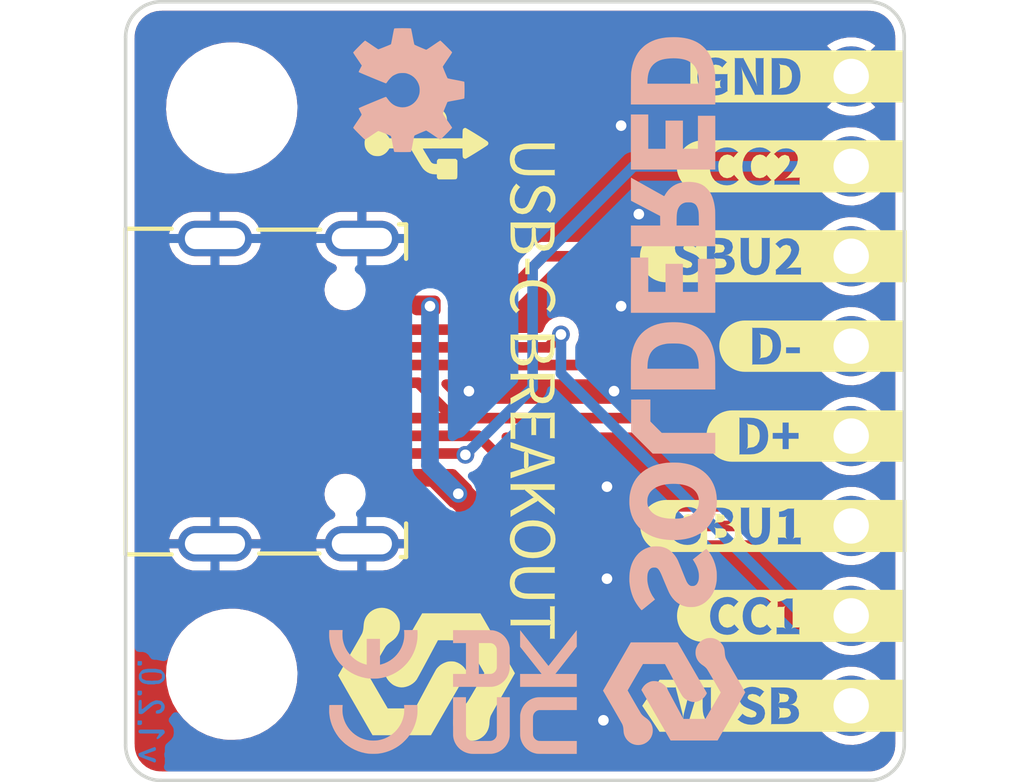
<source format=kicad_pcb>
(kicad_pcb (version 20211014) (generator pcbnew)
  (title_block (title "USB-C female connector breakout") (date "2024-07-15") (rev "V1.2.0.") (company "SOLDERED") (comment 1 "333011"))
  (layers (0 "F.Cu" mixed) (31 "B.Cu" signal) (34 "B.Paste" user) (35 "F.Paste" user) (36 "B.SilkS" user "B.Silkscreen") (37 "F.SilkS" user "F.Silkscreen") (38 "B.Mask" user) (39 "F.Mask" user) (44 "Edge.Cuts" user))
  (net 0 "")
  (net 1 "VUSB")
  (net 2 "CC1")
  (net 3 "SBU1")
  (net 4 "D+")
  (net 5 "D-")
  (net 6 "SBU2")
  (net 7 "CC2")
  (net 8 "GND")
  (footprint "e-radionica.com footprinti:HOLE_3.2mm" (layer "F.Cu") (at 93.6 110.6 -90)
    (fp_text reference "H2" hide)
    (fp_text value "HOLE_3.2mm" hide)
    (pad "" np_thru_hole circle locked (at 0 0 270) (size 3.2 3.2) (drill 3.2) (layers F&B.Cu *.Mask))
  )
  (footprint "kibuzzard-6694F094" (layer "F.Cu") (at 109.8 119.87)
    (fp_text reference "kibuzzard-6694F094" hide)
    (fp_text value "G***" hide)
  )
  (footprint "kibuzzard-6694F054" (layer "F.Cu") (at 110 117.33)
    (fp_text reference "kibuzzard-6694F054" hide)
    (fp_text value "G***" hide)
  )
  (footprint "Soldered Graphics:Logo-Front-Soldered-5mm" (layer "F.Cu") (at 99.1 126.6 90)
    (fp_text reference "G***" hide)
    (fp_text value "LOGO" hide)
  )
  (footprint "e-radionica.com footprinti:FIDUCIAL_23" (layer "F.Cu") (at 93.1 118.6 -90)
    (fp_text reference "FD1")
    (fp_text value "FIDUCIAL")
    (fp_circle (center 0 0) (end 1 0) (layer "F.Cu") (width 0.2) (fill none))
    (pad "1" smd circle (at 0 0 270) (size 1 1) (layers "F.Cu" "F.Paste" "F.Mask") (clearance 1.1))
  )
  (footprint "kibuzzard-6694EFDA" (layer "F.Cu") (at 109.6 109.71)
    (fp_text reference "kibuzzard-6694EFDA" hide)
    (fp_text value "G***" hide)
  )
  (footprint "Soldered Graphics:Logo-Back-UKCA-3.5mm" (layer "F.Cu") (at 101.6 127.1 -90)
    (fp_text reference "REF**" hide)
    (fp_text value "Logo-Back-UKCA-3.5mm" hide)
  )
  (footprint "kibuzzard-6694F0B7" (layer "F.Cu") (at 108.9 127.49)
    (fp_text reference "kibuzzard-6694F0B7" hide)
    (fp_text value "G***" hide)
  )
  (footprint "kibuzzard-6694F0A1" (layer "F.Cu") (at 108.9 122.41)
    (fp_text reference "kibuzzard-6694F0A1" hide)
    (fp_text value "G***" hide)
  )
  (footprint "Soldered Graphics:Logo-Back-CE-3.5mm" (layer "F.Cu") (at 97.6 127.1 -90)
    (fp_text reference "REF**" hide)
    (fp_text value "Logo-Back-CE-3.5mm" hide)
  )
  (footprint "kibuzzard-6694F156" (layer "F.Cu") (at 102.1 118.6 -90)
    (fp_text reference "kibuzzard-6694F156" hide)
    (fp_text value "G***" hide)
  )
  (footprint "Soldered Graphics:Symbol-Front-USB" (layer "F.Cu") (at 99.1 111.6 -90)
    (fp_text reference "G***" hide)
    (fp_text value "LOGO" hide)
  )
  (footprint "kibuzzard-6694F042" (layer "F.Cu") (at 108.9 114.79)
    (fp_text reference "kibuzzard-6694F042" hide)
    (fp_text value "G***" hide)
  )
  (footprint "Soldered Graphics:Logo-Back-OSH-3.5mm" (layer "F.Cu") (at 98.6 110.1 -90)
    (fp_text reference "G***" hide)
    (fp_text value "LOGO" hide)
  )
  (footprint "Soldered Graphics:Logo-Back-SolderedFULL-20mm" (layer "F.Cu") (at 106.1 118.6 -90)
    (fp_text reference "REF**" hide)
    (fp_text value "Logo-Front-SolderedFULL-20mm" hide)
  )
  (footprint "kibuzzard-6694F0AA" (layer "F.Cu") (at 109.4 124.95)
    (fp_text reference "kibuzzard-6694F0AA" hide)
    (fp_text value "G***" hide)
  )
  (footprint "e-radionica.com footprinti:HOLE_3.2mm" (layer "F.Cu") (at 93.6 126.6 -90)
    (fp_text reference "H1" hide)
    (fp_text value "HOLE_3.2mm" hide)
    (pad "" np_thru_hole circle locked (at 0 0 270) (size 3.2 3.2) (drill 3.2) (layers F&B.Cu *.Mask))
  )
  (footprint "e-radionica.com footprinti:U262-161N-4BVC11" (layer "F.Cu") (at 95.6 118.6 -90)
    (fp_text reference "K2")
    (fp_text value "U262-161N-4BVC11")
    (pad "" np_thru_hole circle locked (at 2.913 -1.2 270) (size 0.65 0.65) (drill 0.65) (layers F&B.Cu *.Mask))
    (pad "" np_thru_hole circle locked (at -2.862 -1.2 270) (size 0.65 0.65) (drill 0.65) (layers F&B.Cu *.Mask))
    (pad "A1" smd rect locked (at -3.337 -2.475 270) (size 0.3 1.15) (layers "F.Cu" "F.Paste" "F.Mask") (net 8 "GND"))
    (pad "A4" smd rect locked (at -2.537 -2.475 270) (size 0.3 1.15) (layers "F.Cu" "F.Paste" "F.Mask") (net 1 "VUSB"))
    (pad "A5" smd rect locked (at -1.237 -2.475 270) (size 0.3 1.15) (layers "F.Cu" "F.Paste" "F.Mask") (net 2 "CC1"))
    (pad "A6" smd rect locked (at -0.237 -2.475 270) (size 0.3 1.15) (layers "F.Cu" "F.Paste" "F.Mask") (net 4 "D+"))
    (pad "A7" smd rect locked (at 0.263 -2.475 270) (size 0.3 1.15) (layers "F.Cu" "F.Paste" "F.Mask") (net 5 "D-"))
    (pad "A8" smd rect locked (at 1.263 -2.475 270) (size 0.3 1.15) (layers "F.Cu" "F.Paste" "F.Mask") (net 3 "SBU1"))
    (pad "A9" smd rect locked (at 2.563 -2.475 270) (size 0.3 1.15) (layers "F.Cu" "F.Paste" "F.Mask") (net 1 "VUSB"))
    (pad "A12" smd rect locked (at 3.338 -2.475 270) (size 0.3 1.15) (layers "F.Cu" "F.Paste" "F.Mask") (net 8 "GND"))
    (pad "B1" smd rect locked (at 3.138 -2.475 270) (size 0.3 1.15) (layers "F.Cu" "F.Paste" "F.Mask") (net 8 "GND"))
    (pad "B4" smd rect locked (at 2.363 -2.475 270) (size 0.3 1.15) (layers "F.Cu" "F.Paste" "F.Mask") (net 1 "VUSB"))
    (pad "B5" smd rect locked (at 1.763 -2.475 270) (size 0.3 1.15) (layers "F.Cu" "F.Paste" "F.Mask") (net 7 "CC2"))
    (pad "B6" smd rect locked (at 0.763 -2.475 270) (size 0.3 1.15) (layers "F.Cu" "F.Paste" "F.Mask") (net 4 "D+"))
    (pad "B7" smd rect locked (at -0.737 -2.475 270) (size 0.3 1.15) (layers "F.Cu" "F.Paste" "F.Mask") (net 5 "D-"))
    (pad "B8" smd rect locked (at -1.737 -2.475 270) (size 0.3 1.15) (layers "F.Cu" "F.Paste" "F.Mask") (net 6 "SBU2"))
    (pad "B9" smd rect locked (at -2.337 -2.475 270) (size 0.3 1.15) (layers "F.Cu" "F.Paste" "F.Mask") (net 1 "VUSB"))
    (pad "B12" smd rect locked (at -3.112 -2.475 270) (size 0.3 1.15) (layers "F.Cu" "F.Paste" "F.Mask") (net 8 "GND"))
    (pad "SH" thru_hole oval locked (at 4.313 2.475 270) (size 1 2.1) (drill oval 0.6 1.7) (layers *.Cu *.Mask) (net 8 "GND"))
    (pad "SH" thru_hole oval locked (at -4.312 2.475 270) (size 1 2.1) (drill oval 0.6 1.7) (layers *.Cu *.Mask) (net 8 "GND"))
    (pad "SH" thru_hole oval locked (at 4.313 -1.675 270) (size 1 2.1) (drill oval 0.6 1.7) (layers *.Cu *.Mask) (net 8 "GND"))
    (pad "SH" thru_hole oval locked (at -4.312 -1.675 270) (size 1 2.1) (drill oval 0.6 1.7) (layers *.Cu *.Mask) (net 8 "GND"))
  )
  (footprint "kibuzzard-6694F02E" (layer "F.Cu") (at 109.4 112.25)
    (fp_text reference "kibuzzard-6694F02E" hide)
    (fp_text value "G***" hide)
  )
  (footprint "e-radionica.com footprinti:HEADER_MALE_8X1" (layer "B.Cu") (at 111.1 118.6 -90)
    (fp_text reference "K1")
    (fp_text value "HEADER_MALE_8X1")
    (pad "1" thru_hole circle locked (at -8.89 0 270) (size 1.7 1.7) (drill 1) (layers *.Cu *.Mask) (net 8 "GND"))
    (pad "2" thru_hole circle locked (at -6.35 0 270) (size 1.7 1.7) (drill 1) (layers *.Cu *.Mask) (net 7 "CC2"))
    (pad "3" thru_hole circle locked (at -3.81 0 270) (size 1.7 1.7) (drill 1) (layers *.Cu *.Mask) (net 6 "SBU2"))
    (pad "4" thru_hole circle locked (at -1.27 0 270) (size 1.7 1.7) (drill 1) (layers *.Cu *.Mask) (net 5 "D-"))
    (pad "5" thru_hole circle locked (at 1.27 0 270) (size 1.7 1.7) (drill 1) (layers *.Cu *.Mask) (net 4 "D+"))
    (pad "6" thru_hole circle locked (at 3.81 0 270) (size 1.7 1.7) (drill 1) (layers *.Cu *.Mask) (net 3 "SBU1"))
    (pad "7" thru_hole circle locked (at 6.35 0 270) (size 1.7 1.7) (drill 1) (layers *.Cu *.Mask) (net 2 "CC1"))
    (pad "8" thru_hole circle locked (at 8.89 0 270) (size 1.7 1.7) (drill 1) (layers *.Cu *.Mask) (net 1 "VUSB"))
  )
  (footprint "Soldered Graphics:Version1.2.0" (layer "B.Cu") (at 91.3 127.6 90)
    (fp_text reference "REF**" hide)
    (fp_text value "Version1.2.0" hide)
    (fp_poly (pts (xy -0.64 -0.33) (xy -0.59 -0.33) (xy -0.57 -0.29) (xy -0.57 0.37) (xy -0.61 0.4) (xy -0.66 0.4) (xy -0.7 0.36) (xy -0.81 0.24) (xy -0.83 0.19) (xy -0.8 0.18) (xy -0.71 0.24) (xy -0.67 0.25) (xy -0.67 -0.29) (xy -0.64 -0.33)) (layer "B.Cu") (width 0.01) (fill solid))
    (fp_poly (pts (xy 0.42 -0.36) (xy 0.47 -0.36) (xy 0.53 -0.35) (xy 0.53 -0.31) (xy 0.53 -0.25) (xy 0.49 -0.24) (xy 0.44 -0.24) (xy 0.41 -0.27) (xy 0.41 -0.32) (xy 0.42 -0.36)) (layer "B.Cu") (width 0.01) (fill solid))
    (fp_poly (pts (xy -1.3 -0.33) (xy -1.24 -0.33) (xy -1.22 -0.29) (xy -1.06 0.12) (xy -1.08 0.15) (xy -1.14 0.15) (xy -1.16 0.12) (xy -1.25 -0.14) (xy -1.27 -0.19) (xy -1.3 -0.15) (xy -1.38 0.11) (xy -1.41 0.15) (xy -1.47 0.15) (xy -1.49 0.12) (xy -1.33 -0.29) (xy -1.3 -0.33)) (layer "B.Cu") (width 0.01) (fill solid))
    (fp_poly (pts (xy 0.92 -0.32) (xy 0.98 -0.32) (xy 1.03 -0.3) (xy 1 -0.25) (xy 0.9 -0.25) (xy 0.86 -0.22) (xy 0.84 -0.17) (xy 0.82 -0.12) (xy 0.82 -0.08) (xy 0.81 0.04) (xy 0.82 0.16) (xy 0.82 0.2) (xy 0.83 0.25) (xy 0.86 0.3) (xy 0.89 0.33) (xy 1 0.33) (xy 1.03 0.29) (xy 1.04 0.24) (xy 1.05 0.18) (xy 1.06 0.08) (xy 1.06 -0.05) (xy 1.05 -0.09) (xy 1.05 -0.14) (xy 1.03 -0.19) (xy 1.01 -0.24) (xy 1 -0.25) (xy 1.04 -0.29) (xy 1.08 -0.26) (xy 1.11 -0.23) (xy 1.13 -0.19) (xy 1.14 -0.13) (xy 1.15 -0.08) (xy 1.15 -0.03) (xy 1.15 0.09) (xy 1.15 0.15) (xy 1.14 0.2) (xy 1.13 0.25) (xy 1.12 0.3) (xy 1.09 0.33) (xy 1.05 0.37) (xy 1 0.4) (xy 0.94 0.41) (xy 0.89 0.41) (xy 0.83 0.38) (xy 0.79 0.34) (xy 0.77 0.31) (xy 0.74 0.26) (xy 0.73 0.21) (xy 0.73 0.16) (xy 0.72 0.11) (xy 0.72 -0.01) (xy 0.72 -0.07) (xy 0.73 -0.11) (xy 0.74 -0.17) (xy 0.76 -0.22) (xy 0.78 -0.25) (xy 0.82 -0.29) (xy 0.88 -0.32) (xy 0.92 -0.32)) (layer "B.Cu") (width 0.01) (fill solid))
    (fp_poly (pts (xy -0.42 -0.36) (xy -0.37 -0.36) (xy -0.31 -0.35) (xy -0.31 -0.31) (xy -0.31 -0.25) (xy -0.35 -0.24) (xy -0.4 -0.24) (xy -0.43 -0.27) (xy -0.43 -0.32) (xy -0.42 -0.36)) (layer "B.Cu") (width 0.01) (fill solid))
    (fp_poly (pts (xy 1.26 -0.36) (xy 1.31 -0.36) (xy 1.37 -0.35) (xy 1.37 -0.31) (xy 1.37 -0.25) (xy 1.33 -0.24) (xy 1.28 -0.24) (xy 1.25 -0.27) (xy 1.25 -0.32) (xy 1.26 -0.36)) (layer "B.Cu") (width 0.01) (fill solid))
    (fp_poly (pts (xy -0.1 -0.33) (xy 0.23 -0.33) (xy 0.27 -0.31) (xy 0.27 -0.26) (xy 0.23 -0.25) (xy 0.01 -0.25) (xy 0.02 -0.21) (xy 0.19 0) (xy 0.22 0.05) (xy 0.24 0.1) (xy 0.26 0.15) (xy 0.26 0.2) (xy 0.25 0.26) (xy 0.24 0.31) (xy 0.21 0.34) (xy 0.16 0.38) (xy 0.11 0.4) (xy 0.05 0.4) (xy -0.01 0.38) (xy -0.05 0.34) (xy -0.08 0.31) (xy -0.1 0.26) (xy -0.11 0.21) (xy -0.1 0.16) (xy -0.04 0.16) (xy -0.02 0.2) (xy -0.01 0.25) (xy 0.02 0.29) (xy 0.07 0.31) (xy 0.12 0.31) (xy 0.16 0.26) (xy 0.17 0.21) (xy 0.16 0.16) (xy 0.15 0.11) (xy 0.12 0.06) (xy -0.09 -0.19) (xy -0.12 -0.24) (xy -0.12 -0.29) (xy -0.1 -0.33)) (layer "B.Cu") (width 0.01) (fill solid))
  )
  (gr_line (start 111.6 107.6) (end 91.6 107.6) (layer "Edge.Cuts") (width 0.1))
  (gr_line (start 112.6 128.6) (end 112.6 108.6) (layer "Edge.Cuts") (width 0.1))
  (gr_arc (start 90.6 108.6) (mid 90.892893 107.892893) (end 91.6 107.6) (layer "Edge.Cuts") (width 0.1))
  (gr_arc (start 111.6 107.6) (mid 112.307107 107.892893) (end 112.6 108.6) (layer "Edge.Cuts") (width 0.1))
  (gr_line (start 90.6 108.6) (end 90.6 128.6) (layer "Edge.Cuts") (width 0.1))
  (gr_line (start 91.6 129.6) (end 111.6 129.6) (layer "Edge.Cuts") (width 0.1))
  (gr_arc (start 91.6 129.6) (mid 90.892893 129.307107) (end 90.6 128.6) (layer "Edge.Cuts") (width 0.1))
  (gr_arc (start 112.6 128.6) (mid 112.307107 129.307107) (end 111.6 129.6) (layer "Edge.Cuts") (width 0.1))
  (segment (start 105.99 127.49) (end 111.1 127.49) (width 0.8) (layer "F.Cu") (net 1))
  (segment (start 100 121.5) (end 105.99 127.49) (width 0.8) (layer "F.Cu") (net 1))
  (via (at 99.2 116.2) (size 0.5) (drill 0.3) (layers "F.Cu" "B.Cu") (net 1))
  (via (at 100 121.5) (size 0.5) (drill 0.3) (layers "F.Cu" "B.Cu") (net 1))
  (segment (start 99.2 120.7) (end 99.2 116.2) (width 0.5) (layer "B.Cu") (net 1))
  (segment (start 100 121.5) (end 99.2 120.7) (width 0.5) (layer "B.Cu") (net 1))
  (segment (start 102.537 117.363) (end 102.9 117) (width 0.3) (layer "F.Cu") (net 2))
  (segment (start 98.075 117.363) (end 102.537 117.363) (width 0.3) (layer "F.Cu") (net 2))
  (via (at 102.9 117) (size 0.5) (drill 0.3) (layers "F.Cu" "B.Cu") (net 2))
  (segment (start 109.75 124.95) (end 111.1 124.95) (width 0.3) (layer "B.Cu") (net 2))
  (segment (start 102.9 117) (end 102.9 118.1) (width 0.3) (layer "B.Cu") (net 2))
  (segment (start 102.9 118.1) (end 109.75 124.95) (width 0.3) (layer "B.Cu") (net 2))
  (segment (start 100.563 119.863) (end 103.11 122.41) (width 0.3) (layer "F.Cu") (net 3))
  (segment (start 103.11 122.41) (end 111.1 122.41) (width 0.3) (layer "F.Cu") (net 3))
  (segment (start 98.075 119.863) (end 100.563 119.863) (width 0.3) (layer "F.Cu") (net 3))
  (segment (start 98.863 118.363) (end 99.837 119.337) (width 0.3) (layer "F.Cu") (net 4))
  (segment (start 99.837 119.363) (end 98.075 119.363) (width 0.3) (layer "F.Cu") (net 4))
  (segment (start 99.837 119.337) (end 99.837 119.363) (width 0.3) (layer "F.Cu") (net 4))
  (segment (start 111.1 119.87) (end 107.07 119.87) (width 0.3) (layer "F.Cu") (net 4))
  (segment (start 107.07 119.87) (end 106.563 119.363) (width 0.3) (layer "F.Cu") (net 4))
  (segment (start 98.075 118.363) (end 98.863 118.363) (width 0.3) (layer "F.Cu") (net 4))
  (segment (start 106.563 119.363) (end 99.837 119.363) (width 0.3) (layer "F.Cu") (net 4))
  (segment (start 98.075 117.863) (end 97.037 117.863) (width 0.3) (layer "F.Cu") (net 5))
  (segment (start 107.07 117.33) (end 111.1 117.33) (width 0.3) (layer "F.Cu") (net 5))
  (segment (start 96.7 118.2) (end 96.7 118.6) (width 0.3) (layer "F.Cu") (net 5))
  (segment (start 98.075 117.863) (end 106.537 117.863) (width 0.3) (layer "F.Cu") (net 5))
  (segment (start 106.537 117.863) (end 107.07 117.33) (width 0.3) (layer "F.Cu") (net 5))
  (segment (start 96.7 118.6) (end 96.963 118.863) (width 0.3) (layer "F.Cu") (net 5))
  (segment (start 96.963 118.863) (end 98.075 118.863) (width 0.3) (layer "F.Cu") (net 5))
  (segment (start 97.037 117.863) (end 96.7 118.2) (width 0.3) (layer "F.Cu") (net 5))
  (segment (start 98.075 116.863) (end 100.337 116.863) (width 0.3) (layer "F.Cu") (net 6))
  (segment (start 100.337 116.863) (end 102.41 114.79) (width 0.3) (layer "F.Cu") (net 6))
  (segment (start 102.41 114.79) (end 111.1 114.79) (width 0.3) (layer "F.Cu") (net 6))
  (segment (start 100.163 120.363) (end 98.075 120.363) (width 0.3) (layer "F.Cu") (net 7))
  (segment (start 100.2 120.4) (end 100.163 120.363) (width 0.3) (layer "F.Cu") (net 7))
  (via (at 100.2 120.4) (size 0.5) (drill 0.3) (layers "F.Cu" "B.Cu") (net 7))
  (segment (start 100.2 120.4) (end 102.1 118.5) (width 0.3) (layer "B.Cu") (net 7))
  (segment (start 102.1 118.5) (end 102.1 115.1) (width 0.3) (layer "B.Cu") (net 7))
  (segment (start 104.95 112.25) (end 111.1 112.25) (width 0.3) (layer "B.Cu") (net 7))
  (segment (start 102.1 115.1) (end 104.95 112.25) (width 0.3) (layer "B.Cu") (net 7))
  (via (at 104.6 111.1) (size 0.5) (drill 0.3) (layers "F.Cu" "B.Cu") (net 8))
  (via (at 104.1 127.9) (size 0.5) (drill 0.3) (layers "F.Cu" "B.Cu") (net 8))
  (via (at 100.3 118.6) (size 0.5) (drill 0.3) (layers "F.Cu" "B.Cu") (net 8))
  (via (at 105.1 113.6) (size 0.5) (drill 0.3) (layers "F.Cu" "B.Cu") (net 8))
  (via (at 104.6 116.2) (size 0.5) (drill 0.3) (layers "F.Cu" "B.Cu") (net 8))
  (via (at 104.2 123.9) (size 0.5) (drill 0.3) (layers "F.Cu" "B.Cu") (net 8))
  (via (at 104.2 121.3) (size 0.5) (drill 0.3) (layers "F.Cu" "B.Cu") (net 8))
  (via (at 104.4 118.6) (size 0.5) (drill 0.3) (layers "F.Cu" "B.Cu") (net 8))
  (zone (net 1) (net_name "VUSB") (layer "F.Cu") (priority 2) (connect_pads yes (clearance 0.254)) (min_thickness 0.254) (fill yes (thermal_gap 0.254) (thermal_bridge_width 0.254))
    (polygon (pts (xy 99.4 116.5) (xy 98.8 116.5) (xy 98.7 116.4) (xy 97.5 116.4) (xy 97.5 115.9) (xy 99.4 115.9) (xy 99.5 116) (xy 99.5 116.4)))
  )
  (zone (net 8) (net_name "GND") (layers F&B.Cu) (connect_pads (clearance 0.254)) (min_thickness 0.254) (fill yes (thermal_gap 0.254) (thermal_bridge_width 0.254))
    (polygon (pts (xy 90.6 129.6) (xy 90.6 107.6) (xy 112.6 107.6) (xy 112.6 129.6)))
  )
  (zone (net 1) (net_name "VUSB") (layer "F.Cu") (priority 2) (connect_pads yes (clearance 0.254)) (min_thickness 0.254) (fill yes (thermal_gap 0.254) (thermal_bridge_width 0.254))
    (polygon (pts (xy 100 121.9) (xy 99.8 121.9) (xy 99.2 121.3) (xy 97.5 121.3) (xy 97.5 120.8) (xy 99.9 120.8) (xy 100.4 121.3) (xy 100.4 121.5)))
  )
)
</source>
